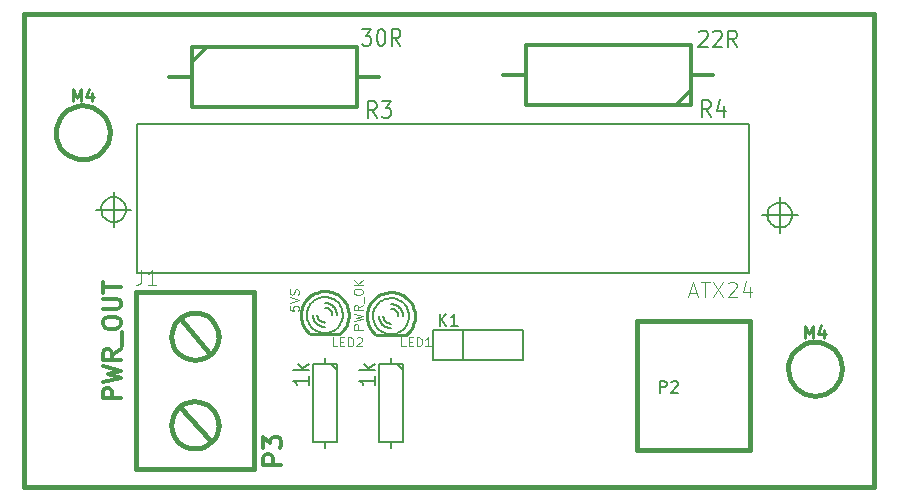
<source format=gto>
G04 (created by PCBNEW-RS274X (2012-apr-16-27)-stable) date Fri 15 Nov 2013 10:07:24 GMT*
G01*
G70*
G90*
%MOIN*%
G04 Gerber Fmt 3.4, Leading zero omitted, Abs format*
%FSLAX34Y34*%
G04 APERTURE LIST*
%ADD10C,0.006000*%
%ADD11C,0.015000*%
%ADD12C,0.005000*%
%ADD13C,0.008000*%
%ADD14C,0.012000*%
%ADD15C,0.010000*%
%ADD16C,0.003500*%
G04 APERTURE END LIST*
G54D10*
G54D11*
X00394Y00748D02*
X28740Y00748D01*
X28347Y16496D02*
X28740Y16496D01*
X01181Y16496D02*
X00394Y16496D01*
X27953Y16496D02*
X28347Y16496D01*
X27953Y16496D02*
X27559Y16496D01*
X28740Y00749D02*
X28740Y16497D01*
X01181Y16496D02*
X27559Y16496D01*
X00394Y00747D02*
X00394Y16495D01*
G54D10*
X14052Y04972D02*
X14052Y05972D01*
X14052Y05972D02*
X17052Y05972D01*
X17052Y05972D02*
X17052Y04972D01*
X17052Y04972D02*
X14052Y04972D01*
X15052Y05972D02*
X15052Y04972D01*
G54D12*
X03397Y09398D02*
X03397Y10579D01*
X02807Y09988D02*
X03988Y09988D01*
X03814Y09988D02*
X03806Y09908D01*
X03782Y09830D01*
X03744Y09758D01*
X03692Y09695D01*
X03630Y09643D01*
X03558Y09604D01*
X03480Y09580D01*
X03399Y09572D01*
X03319Y09579D01*
X03241Y09602D01*
X03169Y09640D01*
X03106Y09691D01*
X03053Y09753D01*
X03014Y09824D01*
X02990Y09902D01*
X02981Y09983D01*
X02987Y10063D01*
X03010Y10141D01*
X03047Y10213D01*
X03098Y10277D01*
X03160Y10330D01*
X03231Y10370D01*
X03308Y10395D01*
X03389Y10404D01*
X03469Y10398D01*
X03547Y10376D01*
X03620Y10340D01*
X03684Y10289D01*
X03737Y10228D01*
X03777Y10157D01*
X03803Y10080D01*
X03813Y09999D01*
X03814Y09988D01*
G54D13*
X04184Y12837D02*
X04184Y07878D01*
X04184Y07878D02*
X04302Y07878D01*
X04302Y07878D02*
X24576Y07878D01*
X24576Y07878D02*
X24576Y12837D01*
X24576Y12837D02*
X04184Y12837D01*
G54D12*
X26018Y09807D02*
X26010Y09727D01*
X25986Y09649D01*
X25948Y09577D01*
X25896Y09514D01*
X25834Y09462D01*
X25762Y09423D01*
X25684Y09399D01*
X25603Y09391D01*
X25523Y09398D01*
X25445Y09421D01*
X25373Y09459D01*
X25310Y09510D01*
X25257Y09572D01*
X25218Y09643D01*
X25194Y09721D01*
X25185Y09802D01*
X25191Y09882D01*
X25214Y09960D01*
X25251Y10032D01*
X25302Y10096D01*
X25364Y10149D01*
X25435Y10189D01*
X25512Y10214D01*
X25593Y10223D01*
X25673Y10217D01*
X25751Y10195D01*
X25824Y10159D01*
X25888Y10108D01*
X25941Y10047D01*
X25981Y09976D01*
X26007Y09899D01*
X26017Y09818D01*
X26018Y09807D01*
X25011Y09807D02*
X26192Y09807D01*
X25601Y09217D02*
X25601Y10398D01*
G54D14*
X05240Y14409D02*
X05240Y14409D01*
X05240Y14409D02*
X05240Y14409D01*
X11490Y14409D02*
X12240Y14409D01*
X12240Y14409D02*
X12240Y14409D01*
X11490Y13409D02*
X05990Y13409D01*
X05990Y15409D02*
X11490Y15409D01*
X05990Y14909D02*
X06490Y15409D01*
X11490Y15409D02*
X11490Y13409D01*
X05990Y15409D02*
X05990Y13409D01*
X05240Y14409D02*
X05990Y14409D01*
X23382Y14488D02*
X23382Y14488D01*
X23382Y14488D02*
X23382Y14488D01*
X17132Y14488D02*
X16382Y14488D01*
X16382Y14488D02*
X16382Y14488D01*
X17132Y15488D02*
X22632Y15488D01*
X22632Y13488D02*
X17132Y13488D01*
X22632Y13988D02*
X22132Y13488D01*
X17132Y13488D02*
X17132Y15488D01*
X22632Y13488D02*
X22632Y15488D01*
X23382Y14488D02*
X22632Y14488D01*
G54D13*
X12638Y05043D02*
X12638Y04843D01*
X12638Y02043D02*
X12638Y02243D01*
X12638Y02243D02*
X13038Y02243D01*
X13038Y02243D02*
X13038Y04843D01*
X13038Y04843D02*
X12238Y04843D01*
X12238Y04843D02*
X12238Y02243D01*
X12238Y02243D02*
X12638Y02243D01*
X12838Y04843D02*
X13038Y04643D01*
X10433Y05043D02*
X10433Y04843D01*
X10433Y02043D02*
X10433Y02243D01*
X10433Y02243D02*
X10833Y02243D01*
X10833Y02243D02*
X10833Y04843D01*
X10833Y04843D02*
X10033Y04843D01*
X10033Y04843D02*
X10033Y02243D01*
X10033Y02243D02*
X10433Y02243D01*
X10633Y04843D02*
X10833Y04643D01*
G54D15*
X12138Y05815D02*
X13138Y05815D01*
G54D10*
X13022Y06895D02*
X12980Y06927D01*
X12936Y06955D01*
X12889Y06979D01*
X12841Y06999D01*
X12791Y07015D01*
X12740Y07026D01*
X12688Y07032D01*
X12638Y07035D01*
X12638Y07034D02*
X12586Y07031D01*
X12534Y07024D01*
X12483Y07013D01*
X12434Y06997D01*
X12385Y06977D01*
X12339Y06953D01*
X12295Y06925D01*
X12253Y06893D01*
X12241Y06882D01*
X12638Y05836D02*
X12690Y05839D01*
X12742Y05846D01*
X12793Y05857D01*
X12842Y05873D01*
X12891Y05893D01*
X12937Y05917D01*
X12981Y05945D01*
X13023Y05977D01*
X13027Y05981D01*
X12254Y05975D02*
X12296Y05943D01*
X12340Y05915D01*
X12387Y05891D01*
X12435Y05871D01*
X12485Y05855D01*
X12536Y05844D01*
X12588Y05838D01*
X12638Y05835D01*
X12987Y05948D02*
X13028Y05980D01*
X13066Y06016D01*
X13101Y06055D01*
X13133Y06097D01*
X13160Y06141D01*
X13184Y06188D01*
X13203Y06236D01*
X13219Y06286D01*
X13229Y06338D01*
X13236Y06389D01*
X13238Y06435D01*
X13238Y06435D02*
X13235Y06487D01*
X13228Y06539D01*
X13217Y06590D01*
X13201Y06640D01*
X13181Y06688D01*
X13157Y06734D01*
X13129Y06779D01*
X13097Y06820D01*
X13062Y06859D01*
X13023Y06894D01*
X12998Y06914D01*
X12039Y06435D02*
X12042Y06383D01*
X12049Y06331D01*
X12060Y06280D01*
X12076Y06231D01*
X12096Y06182D01*
X12120Y06136D01*
X12148Y06092D01*
X12180Y06050D01*
X12215Y06012D01*
X12253Y05977D01*
X12271Y05963D01*
X12270Y06908D02*
X12230Y06874D01*
X12193Y06837D01*
X12160Y06796D01*
X12130Y06753D01*
X12104Y06708D01*
X12083Y06660D01*
X12065Y06611D01*
X12052Y06560D01*
X12043Y06509D01*
X12039Y06456D01*
X12038Y06435D01*
X12888Y06435D02*
X12887Y06456D01*
X12884Y06478D01*
X12879Y06499D01*
X12872Y06520D01*
X12864Y06540D01*
X12854Y06559D01*
X12842Y06578D01*
X12829Y06595D01*
X12814Y06611D01*
X12798Y06626D01*
X12781Y06639D01*
X12763Y06651D01*
X12743Y06661D01*
X12723Y06669D01*
X12702Y06676D01*
X12681Y06681D01*
X12659Y06684D01*
X12638Y06685D01*
X13038Y06435D02*
X13036Y06469D01*
X13031Y06504D01*
X13024Y06538D01*
X13013Y06571D01*
X13000Y06604D01*
X12984Y06634D01*
X12965Y06664D01*
X12944Y06692D01*
X12920Y06717D01*
X12895Y06741D01*
X12867Y06762D01*
X12838Y06781D01*
X12807Y06797D01*
X12774Y06810D01*
X12741Y06821D01*
X12707Y06828D01*
X12672Y06833D01*
X12638Y06835D01*
X12388Y06435D02*
X12389Y06414D01*
X12392Y06392D01*
X12397Y06371D01*
X12404Y06350D01*
X12412Y06330D01*
X12422Y06311D01*
X12434Y06292D01*
X12447Y06275D01*
X12462Y06259D01*
X12478Y06244D01*
X12495Y06231D01*
X12514Y06219D01*
X12533Y06209D01*
X12553Y06201D01*
X12574Y06194D01*
X12595Y06189D01*
X12617Y06186D01*
X12638Y06185D01*
X12238Y06435D02*
X12240Y06401D01*
X12245Y06366D01*
X12252Y06332D01*
X12263Y06299D01*
X12276Y06266D01*
X12292Y06236D01*
X12311Y06206D01*
X12332Y06178D01*
X12356Y06153D01*
X12381Y06129D01*
X12409Y06108D01*
X12439Y06089D01*
X12469Y06073D01*
X12502Y06060D01*
X12535Y06049D01*
X12569Y06042D01*
X12604Y06037D01*
X12638Y06035D01*
G54D15*
X13151Y05822D02*
X13202Y05869D01*
X13249Y05920D01*
X13292Y05975D01*
X13330Y06034D01*
X13362Y06096D01*
X13389Y06161D01*
X13410Y06227D01*
X13425Y06295D01*
X13434Y06364D01*
X13437Y06434D01*
X13438Y06435D01*
X13437Y06435D02*
X13433Y06504D01*
X13424Y06573D01*
X13409Y06641D01*
X13388Y06708D01*
X13362Y06772D01*
X13329Y06834D01*
X13292Y06893D01*
X13250Y06948D01*
X13202Y06999D01*
X13151Y07047D01*
X13096Y07089D01*
X13037Y07126D01*
X13014Y07139D01*
X11841Y06434D02*
X11844Y06365D01*
X11853Y06296D01*
X11868Y06228D01*
X11889Y06161D01*
X11916Y06097D01*
X11948Y06035D01*
X11986Y05977D01*
X12028Y05921D01*
X12075Y05870D01*
X12123Y05826D01*
X12241Y07129D02*
X12182Y07091D01*
X12126Y07049D01*
X12075Y07002D01*
X12027Y06951D01*
X11985Y06896D01*
X11947Y06837D01*
X11915Y06775D01*
X11888Y06711D01*
X11866Y06644D01*
X11851Y06576D01*
X11842Y06507D01*
X11839Y06437D01*
X11838Y06435D01*
X13017Y07139D02*
X12954Y07169D01*
X12889Y07194D01*
X12822Y07213D01*
X12753Y07226D01*
X12684Y07233D01*
X12638Y07235D01*
X12638Y07234D02*
X12569Y07230D01*
X12500Y07221D01*
X12432Y07206D01*
X12365Y07185D01*
X12301Y07159D01*
X12239Y07126D01*
X12220Y07115D01*
X09933Y05854D02*
X10933Y05854D01*
G54D10*
X10817Y06934D02*
X10775Y06966D01*
X10731Y06994D01*
X10684Y07018D01*
X10636Y07038D01*
X10586Y07054D01*
X10535Y07065D01*
X10483Y07071D01*
X10433Y07074D01*
X10433Y07073D02*
X10381Y07070D01*
X10329Y07063D01*
X10278Y07052D01*
X10229Y07036D01*
X10180Y07016D01*
X10134Y06992D01*
X10090Y06964D01*
X10048Y06932D01*
X10036Y06921D01*
X10433Y05875D02*
X10485Y05878D01*
X10537Y05885D01*
X10588Y05896D01*
X10637Y05912D01*
X10686Y05932D01*
X10732Y05956D01*
X10776Y05984D01*
X10818Y06016D01*
X10822Y06020D01*
X10049Y06014D02*
X10091Y05982D01*
X10135Y05954D01*
X10182Y05930D01*
X10230Y05910D01*
X10280Y05894D01*
X10331Y05883D01*
X10383Y05877D01*
X10433Y05874D01*
X10782Y05987D02*
X10823Y06019D01*
X10861Y06055D01*
X10896Y06094D01*
X10928Y06136D01*
X10955Y06180D01*
X10979Y06227D01*
X10998Y06275D01*
X11014Y06325D01*
X11024Y06377D01*
X11031Y06428D01*
X11033Y06474D01*
X11033Y06474D02*
X11030Y06526D01*
X11023Y06578D01*
X11012Y06629D01*
X10996Y06679D01*
X10976Y06727D01*
X10952Y06773D01*
X10924Y06818D01*
X10892Y06859D01*
X10857Y06898D01*
X10818Y06933D01*
X10793Y06953D01*
X09834Y06474D02*
X09837Y06422D01*
X09844Y06370D01*
X09855Y06319D01*
X09871Y06270D01*
X09891Y06221D01*
X09915Y06175D01*
X09943Y06131D01*
X09975Y06089D01*
X10010Y06051D01*
X10048Y06016D01*
X10066Y06002D01*
X10065Y06947D02*
X10025Y06913D01*
X09988Y06876D01*
X09955Y06835D01*
X09925Y06792D01*
X09899Y06747D01*
X09878Y06699D01*
X09860Y06650D01*
X09847Y06599D01*
X09838Y06548D01*
X09834Y06495D01*
X09833Y06474D01*
X10683Y06474D02*
X10682Y06495D01*
X10679Y06517D01*
X10674Y06538D01*
X10667Y06559D01*
X10659Y06579D01*
X10649Y06598D01*
X10637Y06617D01*
X10624Y06634D01*
X10609Y06650D01*
X10593Y06665D01*
X10576Y06678D01*
X10558Y06690D01*
X10538Y06700D01*
X10518Y06708D01*
X10497Y06715D01*
X10476Y06720D01*
X10454Y06723D01*
X10433Y06724D01*
X10833Y06474D02*
X10831Y06508D01*
X10826Y06543D01*
X10819Y06577D01*
X10808Y06610D01*
X10795Y06643D01*
X10779Y06673D01*
X10760Y06703D01*
X10739Y06731D01*
X10715Y06756D01*
X10690Y06780D01*
X10662Y06801D01*
X10633Y06820D01*
X10602Y06836D01*
X10569Y06849D01*
X10536Y06860D01*
X10502Y06867D01*
X10467Y06872D01*
X10433Y06874D01*
X10183Y06474D02*
X10184Y06453D01*
X10187Y06431D01*
X10192Y06410D01*
X10199Y06389D01*
X10207Y06369D01*
X10217Y06350D01*
X10229Y06331D01*
X10242Y06314D01*
X10257Y06298D01*
X10273Y06283D01*
X10290Y06270D01*
X10309Y06258D01*
X10328Y06248D01*
X10348Y06240D01*
X10369Y06233D01*
X10390Y06228D01*
X10412Y06225D01*
X10433Y06224D01*
X10033Y06474D02*
X10035Y06440D01*
X10040Y06405D01*
X10047Y06371D01*
X10058Y06338D01*
X10071Y06305D01*
X10087Y06275D01*
X10106Y06245D01*
X10127Y06217D01*
X10151Y06192D01*
X10176Y06168D01*
X10204Y06147D01*
X10234Y06128D01*
X10264Y06112D01*
X10297Y06099D01*
X10330Y06088D01*
X10364Y06081D01*
X10399Y06076D01*
X10433Y06074D01*
G54D15*
X10946Y05861D02*
X10997Y05908D01*
X11044Y05959D01*
X11087Y06014D01*
X11125Y06073D01*
X11157Y06135D01*
X11184Y06200D01*
X11205Y06266D01*
X11220Y06334D01*
X11229Y06403D01*
X11232Y06473D01*
X11233Y06474D01*
X11232Y06474D02*
X11228Y06543D01*
X11219Y06612D01*
X11204Y06680D01*
X11183Y06747D01*
X11157Y06811D01*
X11124Y06873D01*
X11087Y06932D01*
X11045Y06987D01*
X10997Y07038D01*
X10946Y07086D01*
X10891Y07128D01*
X10832Y07165D01*
X10809Y07178D01*
X09636Y06473D02*
X09639Y06404D01*
X09648Y06335D01*
X09663Y06267D01*
X09684Y06200D01*
X09711Y06136D01*
X09743Y06074D01*
X09781Y06016D01*
X09823Y05960D01*
X09870Y05909D01*
X09918Y05865D01*
X10036Y07168D02*
X09977Y07130D01*
X09921Y07088D01*
X09870Y07041D01*
X09822Y06990D01*
X09780Y06935D01*
X09742Y06876D01*
X09710Y06814D01*
X09683Y06750D01*
X09661Y06683D01*
X09646Y06615D01*
X09637Y06546D01*
X09634Y06476D01*
X09633Y06474D01*
X10812Y07178D02*
X10749Y07208D01*
X10684Y07233D01*
X10617Y07252D01*
X10548Y07265D01*
X10479Y07272D01*
X10433Y07274D01*
X10433Y07273D02*
X10364Y07269D01*
X10295Y07260D01*
X10227Y07245D01*
X10160Y07224D01*
X10096Y07198D01*
X10034Y07165D01*
X10015Y07154D01*
G54D11*
X05611Y03405D02*
X06595Y02322D01*
X05611Y06358D02*
X06595Y05177D01*
X06890Y02815D02*
X06875Y02663D01*
X06830Y02516D01*
X06758Y02380D01*
X06661Y02261D01*
X06543Y02163D01*
X06407Y02090D01*
X06261Y02045D01*
X06108Y02029D01*
X05956Y02042D01*
X05809Y02086D01*
X05673Y02157D01*
X05553Y02253D01*
X05454Y02371D01*
X05380Y02505D01*
X05334Y02652D01*
X05317Y02805D01*
X05329Y02957D01*
X05372Y03104D01*
X05442Y03241D01*
X05537Y03361D01*
X05654Y03461D01*
X05788Y03536D01*
X05935Y03583D01*
X06087Y03601D01*
X06239Y03590D01*
X06387Y03548D01*
X06524Y03479D01*
X06645Y03384D01*
X06746Y03268D01*
X06821Y03135D01*
X06870Y02989D01*
X06889Y02836D01*
X06890Y02815D01*
X06890Y05767D02*
X06875Y05615D01*
X06830Y05468D01*
X06758Y05332D01*
X06661Y05213D01*
X06543Y05115D01*
X06407Y05042D01*
X06261Y04997D01*
X06108Y04981D01*
X05956Y04994D01*
X05809Y05038D01*
X05673Y05109D01*
X05553Y05205D01*
X05454Y05323D01*
X05380Y05457D01*
X05334Y05604D01*
X05317Y05757D01*
X05329Y05909D01*
X05372Y06056D01*
X05442Y06193D01*
X05537Y06313D01*
X05654Y06413D01*
X05788Y06488D01*
X05935Y06535D01*
X06087Y06553D01*
X06239Y06542D01*
X06387Y06500D01*
X06524Y06431D01*
X06645Y06336D01*
X06746Y06220D01*
X06821Y06087D01*
X06870Y05941D01*
X06889Y05788D01*
X06890Y05767D01*
X08072Y07244D02*
X08072Y01338D01*
X08072Y01338D02*
X04134Y01338D01*
X04134Y01338D02*
X04134Y07244D01*
X04134Y07244D02*
X08072Y07244D01*
X03263Y12559D02*
X03245Y12385D01*
X03195Y12217D01*
X03112Y12061D01*
X03001Y11925D01*
X02866Y11813D01*
X02711Y11730D01*
X02543Y11678D01*
X02369Y11660D01*
X02195Y11675D01*
X02026Y11725D01*
X01871Y11806D01*
X01734Y11916D01*
X01621Y12051D01*
X01536Y12205D01*
X01483Y12372D01*
X01464Y12547D01*
X01478Y12721D01*
X01527Y12890D01*
X01607Y13046D01*
X01716Y13184D01*
X01850Y13298D01*
X02003Y13383D01*
X02170Y13438D01*
X02345Y13458D01*
X02519Y13445D01*
X02688Y13398D01*
X02845Y13318D01*
X02983Y13210D01*
X03098Y13077D01*
X03185Y12925D01*
X03240Y12758D01*
X03262Y12584D01*
X03263Y12559D01*
X27672Y04685D02*
X27654Y04511D01*
X27604Y04343D01*
X27521Y04187D01*
X27410Y04051D01*
X27275Y03939D01*
X27120Y03856D01*
X26952Y03804D01*
X26778Y03786D01*
X26604Y03801D01*
X26435Y03851D01*
X26280Y03932D01*
X26143Y04042D01*
X26030Y04177D01*
X25945Y04331D01*
X25892Y04498D01*
X25873Y04673D01*
X25887Y04847D01*
X25936Y05016D01*
X26016Y05172D01*
X26125Y05310D01*
X26259Y05424D01*
X26412Y05509D01*
X26579Y05564D01*
X26754Y05584D01*
X26928Y05571D01*
X27097Y05524D01*
X27254Y05444D01*
X27392Y05336D01*
X27507Y05203D01*
X27594Y05051D01*
X27649Y04884D01*
X27671Y04710D01*
X27672Y04685D01*
X20827Y01968D02*
X20827Y06259D01*
X24607Y01968D02*
X24607Y06259D01*
X20827Y01968D02*
X24607Y01968D01*
X24607Y06259D02*
X20827Y06259D01*
G54D10*
X14257Y06110D02*
X14257Y06510D01*
X14486Y06110D02*
X14314Y06339D01*
X14486Y06510D02*
X14257Y06282D01*
X14867Y06110D02*
X14638Y06110D01*
X14752Y06110D02*
X14752Y06510D01*
X14714Y06453D01*
X14676Y06415D01*
X14638Y06396D01*
G54D16*
X04323Y07975D02*
X04323Y07617D01*
X04299Y07546D01*
X04251Y07498D01*
X04180Y07475D01*
X04132Y07475D01*
X04823Y07475D02*
X04537Y07475D01*
X04680Y07475D02*
X04680Y07975D01*
X04632Y07903D01*
X04585Y07856D01*
X04537Y07832D01*
X22598Y07223D02*
X22836Y07223D01*
X22551Y07081D02*
X22717Y07581D01*
X22884Y07081D01*
X22980Y07581D02*
X23265Y07581D01*
X23122Y07081D02*
X23122Y07581D01*
X23384Y07581D02*
X23718Y07081D01*
X23718Y07581D02*
X23384Y07081D01*
X23884Y07533D02*
X23908Y07557D01*
X23956Y07581D01*
X24075Y07581D01*
X24122Y07557D01*
X24146Y07533D01*
X24170Y07485D01*
X24170Y07438D01*
X24146Y07366D01*
X23860Y07081D01*
X24170Y07081D01*
X24598Y07414D02*
X24598Y07081D01*
X24479Y07604D02*
X24360Y07247D01*
X24670Y07247D01*
G54D13*
X12161Y13044D02*
X11994Y13306D01*
X11875Y13044D02*
X11875Y13594D01*
X12066Y13594D01*
X12113Y13568D01*
X12137Y13542D01*
X12161Y13490D01*
X12161Y13411D01*
X12137Y13359D01*
X12113Y13332D01*
X12066Y13306D01*
X11875Y13306D01*
X12327Y13594D02*
X12637Y13594D01*
X12470Y13385D01*
X12542Y13385D01*
X12589Y13359D01*
X12613Y13332D01*
X12637Y13280D01*
X12637Y13149D01*
X12613Y13097D01*
X12589Y13071D01*
X12542Y13044D01*
X12399Y13044D01*
X12351Y13071D01*
X12327Y13097D01*
X11668Y15996D02*
X11978Y15996D01*
X11811Y15787D01*
X11883Y15787D01*
X11930Y15761D01*
X11954Y15734D01*
X11978Y15682D01*
X11978Y15551D01*
X11954Y15499D01*
X11930Y15473D01*
X11883Y15446D01*
X11740Y15446D01*
X11692Y15473D01*
X11668Y15499D01*
X12287Y15996D02*
X12335Y15996D01*
X12383Y15970D01*
X12406Y15944D01*
X12430Y15892D01*
X12454Y15787D01*
X12454Y15656D01*
X12430Y15551D01*
X12406Y15499D01*
X12383Y15473D01*
X12335Y15446D01*
X12287Y15446D01*
X12240Y15473D01*
X12216Y15499D01*
X12192Y15551D01*
X12168Y15656D01*
X12168Y15787D01*
X12192Y15892D01*
X12216Y15944D01*
X12240Y15970D01*
X12287Y15996D01*
X12954Y15446D02*
X12787Y15708D01*
X12668Y15446D02*
X12668Y15996D01*
X12859Y15996D01*
X12906Y15970D01*
X12930Y15944D01*
X12954Y15892D01*
X12954Y15813D01*
X12930Y15761D01*
X12906Y15734D01*
X12859Y15708D01*
X12668Y15708D01*
X23303Y13084D02*
X23136Y13346D01*
X23017Y13084D02*
X23017Y13634D01*
X23208Y13634D01*
X23255Y13608D01*
X23279Y13582D01*
X23303Y13530D01*
X23303Y13451D01*
X23279Y13399D01*
X23255Y13372D01*
X23208Y13346D01*
X23017Y13346D01*
X23731Y13451D02*
X23731Y13084D01*
X23612Y13661D02*
X23493Y13268D01*
X23803Y13268D01*
X22913Y15905D02*
X22937Y15931D01*
X22985Y15957D01*
X23104Y15957D01*
X23151Y15931D01*
X23175Y15905D01*
X23199Y15853D01*
X23199Y15800D01*
X23175Y15722D01*
X22889Y15407D01*
X23199Y15407D01*
X23389Y15905D02*
X23413Y15931D01*
X23461Y15957D01*
X23580Y15957D01*
X23627Y15931D01*
X23651Y15905D01*
X23675Y15853D01*
X23675Y15800D01*
X23651Y15722D01*
X23365Y15407D01*
X23675Y15407D01*
X24175Y15407D02*
X24008Y15669D01*
X23889Y15407D02*
X23889Y15957D01*
X24080Y15957D01*
X24127Y15931D01*
X24151Y15905D01*
X24175Y15853D01*
X24175Y15774D01*
X24151Y15722D01*
X24127Y15695D01*
X24080Y15669D01*
X23889Y15669D01*
X12113Y04429D02*
X12113Y04143D01*
X12113Y04286D02*
X11563Y04286D01*
X11641Y04238D01*
X11694Y04191D01*
X11720Y04143D01*
X12113Y04643D02*
X11563Y04643D01*
X11903Y04691D02*
X12113Y04834D01*
X11746Y04834D02*
X11955Y04643D01*
X09908Y04429D02*
X09908Y04143D01*
X09908Y04286D02*
X09358Y04286D01*
X09436Y04238D01*
X09489Y04191D01*
X09515Y04143D01*
X09908Y04643D02*
X09358Y04643D01*
X09698Y04691D02*
X09908Y04834D01*
X09541Y04834D02*
X09750Y04643D01*
G54D16*
X13129Y05430D02*
X12986Y05430D01*
X12986Y05730D01*
X13229Y05587D02*
X13329Y05587D01*
X13372Y05430D02*
X13229Y05430D01*
X13229Y05730D01*
X13372Y05730D01*
X13500Y05430D02*
X13500Y05730D01*
X13572Y05730D01*
X13615Y05715D01*
X13643Y05687D01*
X13658Y05658D01*
X13672Y05601D01*
X13672Y05558D01*
X13658Y05501D01*
X13643Y05472D01*
X13615Y05444D01*
X13572Y05430D01*
X13500Y05430D01*
X13958Y05430D02*
X13786Y05430D01*
X13872Y05430D02*
X13872Y05730D01*
X13843Y05687D01*
X13815Y05658D01*
X13786Y05644D01*
X11696Y05989D02*
X11396Y05989D01*
X11396Y06104D01*
X11411Y06132D01*
X11425Y06147D01*
X11454Y06161D01*
X11496Y06161D01*
X11525Y06147D01*
X11539Y06132D01*
X11554Y06104D01*
X11554Y05989D01*
X11396Y06261D02*
X11696Y06332D01*
X11482Y06389D01*
X11696Y06447D01*
X11396Y06518D01*
X11696Y06804D02*
X11554Y06704D01*
X11696Y06632D02*
X11396Y06632D01*
X11396Y06747D01*
X11411Y06775D01*
X11425Y06790D01*
X11454Y06804D01*
X11496Y06804D01*
X11525Y06790D01*
X11539Y06775D01*
X11554Y06747D01*
X11554Y06632D01*
X11725Y06861D02*
X11725Y07090D01*
X11396Y07219D02*
X11396Y07276D01*
X11411Y07304D01*
X11439Y07333D01*
X11496Y07347D01*
X11596Y07347D01*
X11654Y07333D01*
X11682Y07304D01*
X11696Y07276D01*
X11696Y07219D01*
X11682Y07190D01*
X11654Y07161D01*
X11596Y07147D01*
X11496Y07147D01*
X11439Y07161D01*
X11411Y07190D01*
X11396Y07219D01*
X11696Y07475D02*
X11396Y07475D01*
X11696Y07647D02*
X11525Y07518D01*
X11396Y07647D02*
X11568Y07475D01*
X10845Y05430D02*
X10702Y05430D01*
X10702Y05730D01*
X10945Y05587D02*
X11045Y05587D01*
X11088Y05430D02*
X10945Y05430D01*
X10945Y05730D01*
X11088Y05730D01*
X11216Y05430D02*
X11216Y05730D01*
X11288Y05730D01*
X11331Y05715D01*
X11359Y05687D01*
X11374Y05658D01*
X11388Y05601D01*
X11388Y05558D01*
X11374Y05501D01*
X11359Y05472D01*
X11331Y05444D01*
X11288Y05430D01*
X11216Y05430D01*
X11502Y05701D02*
X11516Y05715D01*
X11545Y05730D01*
X11616Y05730D01*
X11645Y05715D01*
X11659Y05701D01*
X11674Y05672D01*
X11674Y05644D01*
X11659Y05601D01*
X11488Y05430D01*
X11674Y05430D01*
X09270Y06768D02*
X09270Y06625D01*
X09413Y06611D01*
X09399Y06625D01*
X09385Y06654D01*
X09385Y06725D01*
X09399Y06754D01*
X09413Y06768D01*
X09442Y06783D01*
X09513Y06783D01*
X09542Y06768D01*
X09556Y06754D01*
X09570Y06725D01*
X09570Y06654D01*
X09556Y06625D01*
X09542Y06611D01*
X09270Y06869D02*
X09570Y06969D01*
X09270Y07069D01*
X09556Y07154D02*
X09570Y07197D01*
X09570Y07268D01*
X09556Y07297D01*
X09542Y07311D01*
X09513Y07326D01*
X09485Y07326D01*
X09456Y07311D01*
X09442Y07297D01*
X09428Y07268D01*
X09413Y07211D01*
X09399Y07183D01*
X09385Y07168D01*
X09356Y07154D01*
X09328Y07154D01*
X09299Y07168D01*
X09285Y07183D01*
X09270Y07211D01*
X09270Y07283D01*
X09285Y07326D01*
G54D14*
X08983Y01487D02*
X08383Y01487D01*
X08383Y01715D01*
X08411Y01773D01*
X08440Y01801D01*
X08497Y01830D01*
X08583Y01830D01*
X08640Y01801D01*
X08669Y01773D01*
X08697Y01715D01*
X08697Y01487D01*
X08383Y02030D02*
X08383Y02401D01*
X08611Y02201D01*
X08611Y02287D01*
X08640Y02344D01*
X08669Y02373D01*
X08726Y02401D01*
X08869Y02401D01*
X08926Y02373D01*
X08954Y02344D01*
X08983Y02287D01*
X08983Y02115D01*
X08954Y02058D01*
X08926Y02030D01*
X03629Y03704D02*
X03029Y03704D01*
X03029Y03932D01*
X03057Y03990D01*
X03086Y04018D01*
X03143Y04047D01*
X03229Y04047D01*
X03286Y04018D01*
X03315Y03990D01*
X03343Y03932D01*
X03343Y03704D01*
X03029Y04247D02*
X03629Y04390D01*
X03200Y04504D01*
X03629Y04618D01*
X03029Y04761D01*
X03629Y05333D02*
X03343Y05133D01*
X03629Y04990D02*
X03029Y04990D01*
X03029Y05218D01*
X03057Y05276D01*
X03086Y05304D01*
X03143Y05333D01*
X03229Y05333D01*
X03286Y05304D01*
X03315Y05276D01*
X03343Y05218D01*
X03343Y04990D01*
X03686Y05447D02*
X03686Y05904D01*
X03029Y06161D02*
X03029Y06275D01*
X03057Y06333D01*
X03115Y06390D01*
X03229Y06418D01*
X03429Y06418D01*
X03543Y06390D01*
X03600Y06333D01*
X03629Y06275D01*
X03629Y06161D01*
X03600Y06104D01*
X03543Y06047D01*
X03429Y06018D01*
X03229Y06018D01*
X03115Y06047D01*
X03057Y06104D01*
X03029Y06161D01*
X03029Y06676D02*
X03515Y06676D01*
X03572Y06704D01*
X03600Y06733D01*
X03629Y06790D01*
X03629Y06904D01*
X03600Y06962D01*
X03572Y06990D01*
X03515Y07019D01*
X03029Y07019D01*
X03029Y07219D02*
X03029Y07562D01*
X03629Y07391D02*
X03029Y07391D01*
G54D15*
X02039Y13597D02*
X02039Y13997D01*
X02173Y13711D01*
X02306Y13997D01*
X02306Y13597D01*
X02668Y13864D02*
X02668Y13597D01*
X02572Y14016D02*
X02477Y13730D01*
X02725Y13730D01*
X26448Y05723D02*
X26448Y06123D01*
X26582Y05837D01*
X26715Y06123D01*
X26715Y05723D01*
X27077Y05990D02*
X27077Y05723D01*
X26981Y06142D02*
X26886Y05856D01*
X27134Y05856D01*
G54D13*
X21595Y03869D02*
X21595Y04269D01*
X21748Y04269D01*
X21786Y04250D01*
X21805Y04231D01*
X21824Y04193D01*
X21824Y04136D01*
X21805Y04098D01*
X21786Y04079D01*
X21748Y04060D01*
X21595Y04060D01*
X21976Y04231D02*
X21995Y04250D01*
X22033Y04269D01*
X22129Y04269D01*
X22167Y04250D01*
X22186Y04231D01*
X22205Y04193D01*
X22205Y04155D01*
X22186Y04098D01*
X21957Y03869D01*
X22205Y03869D01*
M02*

</source>
